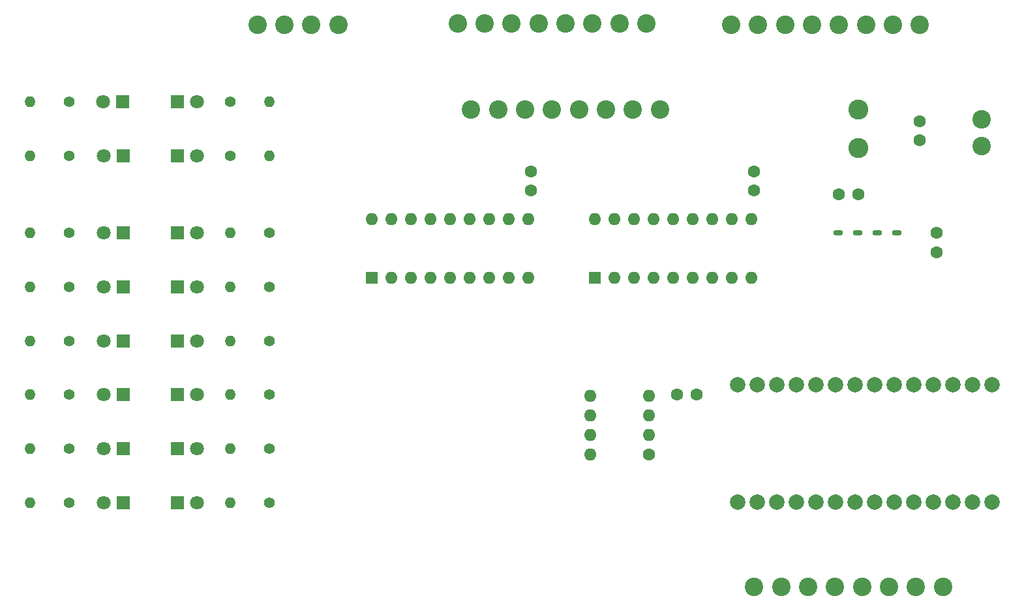
<source format=gbr>
%TF.GenerationSoftware,KiCad,Pcbnew,(6.0.10)*%
%TF.CreationDate,2023-04-11T10:45:40-04:00*%
%TF.ProjectId,SequenceOM,53657175-656e-4636-954f-4d2e6b696361,rev?*%
%TF.SameCoordinates,Original*%
%TF.FileFunction,Soldermask,Bot*%
%TF.FilePolarity,Negative*%
%FSLAX46Y46*%
G04 Gerber Fmt 4.6, Leading zero omitted, Abs format (unit mm)*
G04 Created by KiCad (PCBNEW (6.0.10)) date 2023-04-11 10:45:40*
%MOMM*%
%LPD*%
G01*
G04 APERTURE LIST*
%ADD10C,1.400000*%
%ADD11O,1.400000X1.400000*%
%ADD12C,2.600000*%
%ADD13R,1.800000X1.800000*%
%ADD14C,1.800000*%
%ADD15C,1.600000*%
%ADD16C,2.400000*%
%ADD17C,2.000000*%
%ADD18O,1.300000X0.750000*%
%ADD19R,1.600000X1.600000*%
%ADD20O,1.600000X1.600000*%
G04 APERTURE END LIST*
D10*
%TO.C,R3*%
X94040000Y-75000000D03*
D11*
X88960000Y-75000000D03*
%TD*%
D12*
%TO.C,L1*%
X196500000Y-69000000D03*
X196500000Y-74000000D03*
%TD*%
D13*
%TO.C,D7*%
X108098484Y-99000000D03*
D14*
X110638484Y-99000000D03*
%TD*%
D10*
%TO.C,R15*%
X94040000Y-113000000D03*
D11*
X88960000Y-113000000D03*
%TD*%
D13*
%TO.C,D12*%
X101098484Y-92000000D03*
D14*
X98558484Y-92000000D03*
%TD*%
D10*
%TO.C,R9*%
X94040000Y-85000000D03*
D11*
X88960000Y-85000000D03*
%TD*%
D13*
%TO.C,D8*%
X108098484Y-106000000D03*
D14*
X110638484Y-106000000D03*
%TD*%
D13*
%TO.C,D10*%
X108098484Y-120000000D03*
D14*
X110638484Y-120000000D03*
%TD*%
D15*
%TO.C,C5*%
X154000000Y-77000000D03*
X154000000Y-79500000D03*
%TD*%
%TO.C,C3*%
X196500000Y-80000000D03*
X194000000Y-80000000D03*
%TD*%
D13*
%TO.C,D13*%
X101098484Y-99000000D03*
D14*
X98558484Y-99000000D03*
%TD*%
D16*
%TO.C,J5*%
X170750000Y-69000000D03*
X167250000Y-69000000D03*
X163750000Y-69000000D03*
X160250000Y-69000000D03*
X156750000Y-69000000D03*
X153250000Y-69000000D03*
X149750000Y-69000000D03*
X146250000Y-69000000D03*
X169000000Y-57800000D03*
X165500000Y-57800000D03*
X162000000Y-57800000D03*
X158500000Y-57800000D03*
X155000000Y-57800000D03*
X151500000Y-57800000D03*
X148000000Y-57800000D03*
X144500000Y-57800000D03*
%TD*%
D17*
%TO.C,MCU1*%
X211340000Y-104680000D03*
X208800000Y-104680000D03*
X206260000Y-104680000D03*
X203720000Y-104680000D03*
X208800000Y-119920000D03*
X201180000Y-104680000D03*
X198640000Y-104680000D03*
X196100000Y-104680000D03*
X193560000Y-104680000D03*
X191020000Y-104680000D03*
X188480000Y-104680000D03*
X185940000Y-104680000D03*
X183400000Y-104680000D03*
X180860000Y-104680000D03*
X180860000Y-119920000D03*
X183400000Y-119920000D03*
X185940000Y-119920000D03*
X188480000Y-119920000D03*
X191020000Y-119920000D03*
X193560000Y-119920000D03*
X196100000Y-119920000D03*
X198640000Y-119920000D03*
X201180000Y-119920000D03*
X203720000Y-119920000D03*
X206260000Y-119920000D03*
X213880000Y-104680000D03*
X211340000Y-119920000D03*
X213880000Y-119920000D03*
%TD*%
D10*
%TO.C,R16*%
X94040000Y-120000000D03*
D11*
X88960000Y-120000000D03*
%TD*%
D15*
%TO.C,C6*%
X183000000Y-77000000D03*
X183000000Y-79500000D03*
%TD*%
D13*
%TO.C,D5*%
X108098484Y-85000000D03*
D14*
X110638484Y-85000000D03*
%TD*%
D13*
%TO.C,D9*%
X108098484Y-113000000D03*
D14*
X110638484Y-113000000D03*
%TD*%
D10*
%TO.C,R11*%
X94040000Y-92000000D03*
D11*
X88960000Y-92000000D03*
%TD*%
D18*
%TO.C,U1*%
X201500000Y-85000000D03*
X198960000Y-85000000D03*
X196420000Y-85000000D03*
X193880000Y-85000000D03*
%TD*%
D10*
%TO.C,R12*%
X120040000Y-85000000D03*
D11*
X114960000Y-85000000D03*
%TD*%
D16*
%TO.C,J3*%
X183000000Y-131000000D03*
X186500000Y-131000000D03*
X190000000Y-131000000D03*
X193500000Y-131000000D03*
X197000000Y-131000000D03*
X200500000Y-131000000D03*
X204000000Y-131000000D03*
X207500000Y-131000000D03*
%TD*%
D13*
%TO.C,D15*%
X101098484Y-113000000D03*
D14*
X98558484Y-113000000D03*
%TD*%
D10*
%TO.C,R5*%
X120040000Y-120000000D03*
D11*
X114960000Y-120000000D03*
%TD*%
D15*
%TO.C,C1*%
X204500000Y-73000000D03*
X204500000Y-70500000D03*
%TD*%
%TO.C,C4*%
X175500000Y-106000000D03*
X173000000Y-106000000D03*
%TD*%
D10*
%TO.C,R14*%
X94040000Y-106000000D03*
D11*
X88960000Y-106000000D03*
%TD*%
D13*
%TO.C,D6*%
X108098484Y-92000000D03*
D14*
X110638484Y-92000000D03*
%TD*%
D19*
%TO.C,U4*%
X162350000Y-90800000D03*
D20*
X164890000Y-90800000D03*
X167430000Y-90800000D03*
X169970000Y-90800000D03*
X172510000Y-90800000D03*
X175050000Y-90800000D03*
X177590000Y-90800000D03*
X180130000Y-90800000D03*
X182670000Y-90800000D03*
X182670000Y-83180000D03*
X180130000Y-83180000D03*
X177590000Y-83180000D03*
X175050000Y-83180000D03*
X172510000Y-83180000D03*
X169970000Y-83180000D03*
X167430000Y-83180000D03*
X164890000Y-83180000D03*
X162350000Y-83180000D03*
%TD*%
D15*
%TO.C,U2*%
X169310000Y-113810000D03*
D20*
X169310000Y-111270000D03*
X169310000Y-108730000D03*
X169310000Y-106190000D03*
X161690000Y-106190000D03*
X161690000Y-108730000D03*
X161690000Y-111270000D03*
X161690000Y-113810000D03*
%TD*%
D19*
%TO.C,U3*%
X133350000Y-90800000D03*
D20*
X135890000Y-90800000D03*
X138430000Y-90800000D03*
X140970000Y-90800000D03*
X143510000Y-90800000D03*
X146050000Y-90800000D03*
X148590000Y-90800000D03*
X151130000Y-90800000D03*
X153670000Y-90800000D03*
X153670000Y-83180000D03*
X151130000Y-83180000D03*
X148590000Y-83180000D03*
X146050000Y-83180000D03*
X143510000Y-83180000D03*
X140970000Y-83180000D03*
X138430000Y-83180000D03*
X135890000Y-83180000D03*
X133350000Y-83180000D03*
%TD*%
D13*
%TO.C,D2*%
X108110000Y-68000000D03*
D14*
X110650000Y-68000000D03*
%TD*%
D10*
%TO.C,R4*%
X115018484Y-75000000D03*
D11*
X120098484Y-75000000D03*
%TD*%
D13*
%TO.C,D11*%
X101098484Y-85000000D03*
D14*
X98558484Y-85000000D03*
%TD*%
D13*
%TO.C,D16*%
X101098484Y-120000000D03*
D14*
X98558484Y-120000000D03*
%TD*%
D16*
%TO.C,J4*%
X204500000Y-58000000D03*
X201000000Y-58000000D03*
X197500000Y-58000000D03*
X194000000Y-58000000D03*
X190500000Y-58000000D03*
X187000000Y-58000000D03*
X183500000Y-58000000D03*
X180000000Y-58000000D03*
%TD*%
D15*
%TO.C,C2*%
X206690000Y-87520000D03*
X206690000Y-85020000D03*
%TD*%
D10*
%TO.C,R1*%
X94040000Y-68000000D03*
D11*
X88960000Y-68000000D03*
%TD*%
D10*
%TO.C,R10*%
X120040000Y-92000000D03*
D11*
X114960000Y-92000000D03*
%TD*%
D13*
%TO.C,D1*%
X101020000Y-68000000D03*
D14*
X98480000Y-68000000D03*
%TD*%
D10*
%TO.C,R7*%
X120040000Y-106000000D03*
D11*
X114960000Y-106000000D03*
%TD*%
D10*
%TO.C,R2*%
X114960000Y-68000000D03*
D11*
X120040000Y-68000000D03*
%TD*%
D16*
%TO.C,J2*%
X129000000Y-58000000D03*
X125500000Y-58000000D03*
X122000000Y-58000000D03*
X118500000Y-58000000D03*
%TD*%
D13*
%TO.C,D4*%
X108106007Y-75005476D03*
D14*
X110646007Y-75005476D03*
%TD*%
D13*
%TO.C,D14*%
X101098484Y-106000000D03*
D14*
X98558484Y-106000000D03*
%TD*%
D10*
%TO.C,R13*%
X94040000Y-99000000D03*
D11*
X88960000Y-99000000D03*
%TD*%
D10*
%TO.C,R6*%
X120040000Y-113000000D03*
D11*
X114960000Y-113000000D03*
%TD*%
D16*
%TO.C,J1*%
X212500000Y-73750000D03*
X212500000Y-70250000D03*
%TD*%
D10*
%TO.C,R8*%
X120040000Y-99000000D03*
D11*
X114960000Y-99000000D03*
%TD*%
D13*
%TO.C,D3*%
X101078484Y-75000000D03*
D14*
X98538484Y-75000000D03*
%TD*%
M02*

</source>
